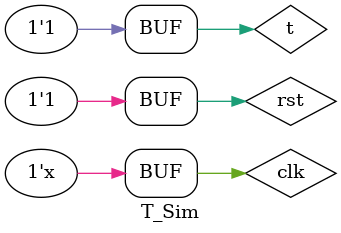
<source format=sv>
`timescale 1ns / 1ps
module T_Sim(  );
    logic clk, rst, t;
    logic Q;
    
    T t1(clk, rst, t, Q);
    
    initial
    begin 
        #0 clk = 0;
           rst = 0;
        #5 rst = 1;
           t   = 1;
    end
        
    always
        #10 clk = ~clk;
endmodule
</source>
